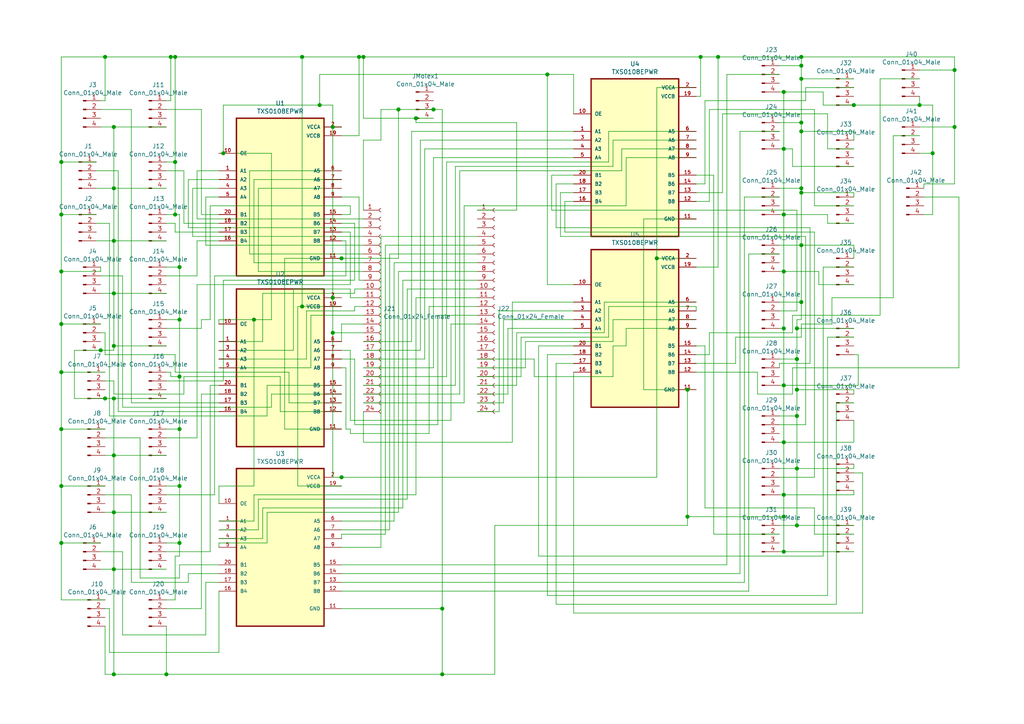
<source format=kicad_sch>
(kicad_sch (version 20210406) (generator eeschema)
  (paper "A4")
  (junction (at 17.78 46.99) (diameter 1.016))
  (junction (at 17.78 62.23) (diameter 1.016))
  (junction (at 17.78 78.74) (diameter 1.016))
  (junction (at 17.78 93.98) (diameter 1.016))
  (junction (at 17.78 107.95) (diameter 1.016))
  (junction (at 17.78 124.46) (diameter 1.016))
  (junction (at 17.78 140.97) (diameter 1.016))
  (junction (at 17.78 157.48) (diameter 1.016))
  (junction (at 29.21 101.6) (diameter 1.016))
  (junction (at 30.48 16.51) (diameter 1.016))
  (junction (at 30.48 115.57) (diameter 1.016))
  (junction (at 33.02 36.83) (diameter 1.016))
  (junction (at 33.02 54.61) (diameter 1.016))
  (junction (at 33.02 69.85) (diameter 1.016))
  (junction (at 33.02 85.09) (diameter 1.016))
  (junction (at 33.02 100.33) (diameter 1.016))
  (junction (at 33.02 115.57) (diameter 1.016))
  (junction (at 33.02 132.08) (diameter 1.016))
  (junction (at 33.02 148.59) (diameter 1.016))
  (junction (at 33.02 165.1) (diameter 1.016))
  (junction (at 33.02 195.58) (diameter 1.016))
  (junction (at 48.26 195.58) (diameter 1.016))
  (junction (at 49.53 16.51) (diameter 1.016))
  (junction (at 50.8 16.51) (diameter 1.016))
  (junction (at 50.8 46.99) (diameter 1.016))
  (junction (at 50.8 62.23) (diameter 1.016))
  (junction (at 52.07 77.47) (diameter 1.016))
  (junction (at 52.07 92.71) (diameter 1.016))
  (junction (at 52.07 109.22) (diameter 1.016))
  (junction (at 52.07 124.46) (diameter 1.016))
  (junction (at 52.07 140.97) (diameter 1.016))
  (junction (at 52.07 157.48) (diameter 1.016))
  (junction (at 64.77 44.45) (diameter 1.016))
  (junction (at 73.66 92.71) (diameter 1.016))
  (junction (at 87.63 16.51) (diameter 1.016))
  (junction (at 87.63 88.9) (diameter 1.016))
  (junction (at 92.71 30.48) (diameter 1.016))
  (junction (at 96.52 36.83) (diameter 1.016))
  (junction (at 96.52 86.36) (diameter 1.016))
  (junction (at 96.52 96.52) (diameter 1.016))
  (junction (at 99.06 74.93) (diameter 1.016))
  (junction (at 99.06 138.43) (diameter 1.016))
  (junction (at 104.14 16.51) (diameter 1.016))
  (junction (at 105.41 16.51) (diameter 1.016))
  (junction (at 115.57 31.75) (diameter 1.016))
  (junction (at 120.65 34.29) (diameter 1.016))
  (junction (at 125.73 31.75) (diameter 1.016))
  (junction (at 128.27 176.53) (diameter 1.016))
  (junction (at 128.27 195.58) (diameter 1.016))
  (junction (at 158.75 21.59) (diameter 1.016))
  (junction (at 190.5 74.93) (diameter 1.016))
  (junction (at 199.39 113.03) (diameter 1.016))
  (junction (at 199.39 149.86) (diameter 1.016))
  (junction (at 203.2 16.51) (diameter 1.016))
  (junction (at 208.28 16.51) (diameter 1.016))
  (junction (at 227.33 26.67) (diameter 1.016))
  (junction (at 227.33 43.18) (diameter 1.016))
  (junction (at 227.33 62.23) (diameter 1.016))
  (junction (at 227.33 78.74) (diameter 1.016))
  (junction (at 227.33 95.25) (diameter 1.016))
  (junction (at 227.33 111.76) (diameter 1.016))
  (junction (at 227.33 128.27) (diameter 1.016))
  (junction (at 227.33 143.51) (diameter 1.016))
  (junction (at 227.33 149.86) (diameter 1.016))
  (junction (at 227.33 160.02) (diameter 1.016))
  (junction (at 231.14 95.25) (diameter 1.016))
  (junction (at 231.14 104.14) (diameter 1.016))
  (junction (at 231.14 113.03) (diameter 1.016))
  (junction (at 231.14 120.65) (diameter 1.016))
  (junction (at 231.14 135.89) (diameter 1.016))
  (junction (at 231.14 152.4) (diameter 1.016))
  (junction (at 232.41 16.51) (diameter 1.016))
  (junction (at 232.41 19.05) (diameter 1.016))
  (junction (at 232.41 22.86) (diameter 1.016))
  (junction (at 232.41 35.56) (diameter 1.016))
  (junction (at 232.41 38.1) (diameter 1.016))
  (junction (at 232.41 54.61) (diameter 1.016))
  (junction (at 232.41 55.88) (diameter 1.016))
  (junction (at 232.41 71.12) (diameter 1.016))
  (junction (at 232.41 87.63) (diameter 1.016))
  (junction (at 247.65 30.48) (diameter 1.016))
  (junction (at 266.7 30.48) (diameter 1.016))
  (junction (at 270.51 44.45) (diameter 1.016))
  (junction (at 276.86 20.32) (diameter 1.016))
  (junction (at 276.86 36.83) (diameter 1.016))
  (wire (pts (xy 17.78 16.51) (xy 17.78 46.99)))
  (wire (pts (xy 17.78 46.99) (xy 17.78 62.23)))
  (wire (pts (xy 17.78 46.99) (xy 27.94 46.99)))
  (wire (pts (xy 17.78 62.23) (xy 17.78 78.74)))
  (wire (pts (xy 17.78 62.23) (xy 27.94 62.23)))
  (wire (pts (xy 17.78 78.74) (xy 17.78 93.98)))
  (wire (pts (xy 17.78 78.74) (xy 29.21 78.74)))
  (wire (pts (xy 17.78 93.98) (xy 17.78 107.95)))
  (wire (pts (xy 17.78 93.98) (xy 29.21 93.98)))
  (wire (pts (xy 17.78 107.95) (xy 17.78 124.46)))
  (wire (pts (xy 17.78 107.95) (xy 30.48 107.95)))
  (wire (pts (xy 17.78 124.46) (xy 17.78 140.97)))
  (wire (pts (xy 17.78 124.46) (xy 30.48 124.46)))
  (wire (pts (xy 17.78 140.97) (xy 17.78 157.48)))
  (wire (pts (xy 17.78 140.97) (xy 30.48 140.97)))
  (wire (pts (xy 17.78 157.48) (xy 17.78 173.99)))
  (wire (pts (xy 17.78 157.48) (xy 29.21 157.48)))
  (wire (pts (xy 17.78 173.99) (xy 30.48 173.99)))
  (wire (pts (xy 21.59 101.6) (xy 29.21 101.6)))
  (wire (pts (xy 21.59 115.57) (xy 21.59 101.6)))
  (wire (pts (xy 29.21 78.74) (xy 29.21 77.47)))
  (wire (pts (xy 29.21 101.6) (xy 33.02 101.6)))
  (wire (pts (xy 30.48 16.51) (xy 17.78 16.51)))
  (wire (pts (xy 30.48 16.51) (xy 30.48 29.21)))
  (wire (pts (xy 30.48 29.21) (xy 29.21 29.21)))
  (wire (pts (xy 30.48 96.52) (xy 29.21 96.52)))
  (wire (pts (xy 30.48 102.87) (xy 30.48 96.52)))
  (wire (pts (xy 30.48 115.57) (xy 21.59 115.57)))
  (wire (pts (xy 30.48 195.58) (xy 30.48 181.61)))
  (wire (pts (xy 31.75 64.77) (xy 27.94 64.77)))
  (wire (pts (xy 31.75 120.65) (xy 31.75 64.77)))
  (wire (pts (xy 31.75 176.53) (xy 30.48 176.53)))
  (wire (pts (xy 31.75 189.23) (xy 31.75 176.53)))
  (wire (pts (xy 33.02 36.83) (xy 29.21 36.83)))
  (wire (pts (xy 33.02 36.83) (xy 48.26 36.83)))
  (wire (pts (xy 33.02 54.61) (xy 27.94 54.61)))
  (wire (pts (xy 33.02 54.61) (xy 33.02 36.83)))
  (wire (pts (xy 33.02 69.85) (xy 27.94 69.85)))
  (wire (pts (xy 33.02 69.85) (xy 33.02 54.61)))
  (wire (pts (xy 33.02 85.09) (xy 29.21 85.09)))
  (wire (pts (xy 33.02 85.09) (xy 33.02 69.85)))
  (wire (pts (xy 33.02 100.33) (xy 33.02 85.09)))
  (wire (pts (xy 33.02 101.6) (xy 33.02 100.33)))
  (wire (pts (xy 33.02 110.49) (xy 30.48 110.49)))
  (wire (pts (xy 33.02 114.3) (xy 33.02 110.49)))
  (wire (pts (xy 33.02 115.57) (xy 30.48 115.57)))
  (wire (pts (xy 33.02 132.08) (xy 30.48 132.08)))
  (wire (pts (xy 33.02 132.08) (xy 33.02 115.57)))
  (wire (pts (xy 33.02 148.59) (xy 30.48 148.59)))
  (wire (pts (xy 33.02 148.59) (xy 33.02 132.08)))
  (wire (pts (xy 33.02 165.1) (xy 29.21 165.1)))
  (wire (pts (xy 33.02 165.1) (xy 33.02 148.59)))
  (wire (pts (xy 33.02 195.58) (xy 30.48 195.58)))
  (wire (pts (xy 33.02 195.58) (xy 33.02 165.1)))
  (wire (pts (xy 34.29 49.53) (xy 27.94 49.53)))
  (wire (pts (xy 34.29 119.38) (xy 34.29 49.53)))
  (wire (pts (xy 35.56 80.01) (xy 29.21 80.01)))
  (wire (pts (xy 35.56 118.11) (xy 35.56 80.01)))
  (wire (pts (xy 35.56 160.02) (xy 29.21 160.02)))
  (wire (pts (xy 35.56 184.15) (xy 35.56 160.02)))
  (wire (pts (xy 38.1 31.75) (xy 29.21 31.75)))
  (wire (pts (xy 38.1 116.84) (xy 38.1 31.75)))
  (wire (pts (xy 38.1 143.51) (xy 30.48 143.51)))
  (wire (pts (xy 38.1 168.91) (xy 38.1 143.51)))
  (wire (pts (xy 40.64 127) (xy 30.48 127)))
  (wire (pts (xy 40.64 167.64) (xy 40.64 127)))
  (wire (pts (xy 48.26 54.61) (xy 33.02 54.61)))
  (wire (pts (xy 48.26 69.85) (xy 33.02 69.85)))
  (wire (pts (xy 48.26 85.09) (xy 33.02 85.09)))
  (wire (pts (xy 48.26 100.33) (xy 33.02 100.33)))
  (wire (pts (xy 48.26 115.57) (xy 33.02 115.57)))
  (wire (pts (xy 48.26 132.08) (xy 33.02 132.08)))
  (wire (pts (xy 48.26 148.59) (xy 33.02 148.59)))
  (wire (pts (xy 48.26 165.1) (xy 33.02 165.1)))
  (wire (pts (xy 48.26 195.58) (xy 33.02 195.58)))
  (wire (pts (xy 48.26 195.58) (xy 48.26 181.61)))
  (wire (pts (xy 49.53 16.51) (xy 30.48 16.51)))
  (wire (pts (xy 49.53 16.51) (xy 49.53 29.21)))
  (wire (pts (xy 49.53 16.51) (xy 50.8 16.51)))
  (wire (pts (xy 49.53 29.21) (xy 48.26 29.21)))
  (wire (pts (xy 49.53 107.95) (xy 48.26 107.95)))
  (wire (pts (xy 49.53 109.22) (xy 49.53 107.95)))
  (wire (pts (xy 50.8 16.51) (xy 50.8 46.99)))
  (wire (pts (xy 50.8 16.51) (xy 87.63 16.51)))
  (wire (pts (xy 50.8 46.99) (xy 48.26 46.99)))
  (wire (pts (xy 50.8 46.99) (xy 50.8 62.23)))
  (wire (pts (xy 50.8 62.23) (xy 48.26 62.23)))
  (wire (pts (xy 50.8 62.23) (xy 52.07 62.23)))
  (wire (pts (xy 50.8 64.77) (xy 48.26 64.77)))
  (wire (pts (xy 50.8 67.31) (xy 50.8 64.77)))
  (wire (pts (xy 50.8 102.87) (xy 30.48 102.87)))
  (wire (pts (xy 50.8 107.95) (xy 50.8 102.87)))
  (wire (pts (xy 50.8 161.29) (xy 50.8 173.99)))
  (wire (pts (xy 50.8 173.99) (xy 48.26 173.99)))
  (wire (pts (xy 52.07 62.23) (xy 52.07 77.47)))
  (wire (pts (xy 52.07 77.47) (xy 48.26 77.47)))
  (wire (pts (xy 52.07 77.47) (xy 52.07 92.71)))
  (wire (pts (xy 52.07 92.71) (xy 48.26 92.71)))
  (wire (pts (xy 52.07 92.71) (xy 52.07 109.22)))
  (wire (pts (xy 52.07 109.22) (xy 49.53 109.22)))
  (wire (pts (xy 52.07 109.22) (xy 52.07 124.46)))
  (wire (pts (xy 52.07 124.46) (xy 48.26 124.46)))
  (wire (pts (xy 52.07 124.46) (xy 52.07 140.97)))
  (wire (pts (xy 52.07 140.97) (xy 48.26 140.97)))
  (wire (pts (xy 52.07 140.97) (xy 52.07 157.48)))
  (wire (pts (xy 52.07 157.48) (xy 48.26 157.48)))
  (wire (pts (xy 52.07 157.48) (xy 52.07 161.29)))
  (wire (pts (xy 52.07 161.29) (xy 50.8 161.29)))
  (wire (pts (xy 52.07 163.83) (xy 52.07 167.64)))
  (wire (pts (xy 52.07 167.64) (xy 40.64 167.64)))
  (wire (pts (xy 53.34 49.53) (xy 48.26 49.53)))
  (wire (pts (xy 53.34 64.77) (xy 53.34 49.53)))
  (wire (pts (xy 53.34 109.22) (xy 53.34 114.3)))
  (wire (pts (xy 53.34 114.3) (xy 33.02 114.3)))
  (wire (pts (xy 54.61 52.07) (xy 63.5 52.07)))
  (wire (pts (xy 54.61 66.04) (xy 54.61 52.07)))
  (wire (pts (xy 54.61 166.37) (xy 54.61 168.91)))
  (wire (pts (xy 54.61 168.91) (xy 38.1 168.91)))
  (wire (pts (xy 55.88 54.61) (xy 63.5 54.61)))
  (wire (pts (xy 55.88 68.58) (xy 55.88 54.61)))
  (wire (pts (xy 57.15 49.53) (xy 63.5 49.53)))
  (wire (pts (xy 57.15 63.5) (xy 57.15 49.53)))
  (wire (pts (xy 57.15 69.85) (xy 57.15 80.01)))
  (wire (pts (xy 57.15 80.01) (xy 48.26 80.01)))
  (wire (pts (xy 57.15 82.55) (xy 57.15 127)))
  (wire (pts (xy 57.15 127) (xy 48.26 127)))
  (wire (pts (xy 58.42 31.75) (xy 48.26 31.75)))
  (wire (pts (xy 58.42 62.23) (xy 58.42 31.75)))
  (wire (pts (xy 58.42 92.71) (xy 58.42 95.25)))
  (wire (pts (xy 58.42 95.25) (xy 48.26 95.25)))
  (wire (pts (xy 58.42 114.3) (xy 58.42 176.53)))
  (wire (pts (xy 58.42 176.53) (xy 48.26 176.53)))
  (wire (pts (xy 59.69 57.15) (xy 63.5 57.15)))
  (wire (pts (xy 59.69 71.12) (xy 59.69 57.15)))
  (wire (pts (xy 59.69 168.91) (xy 59.69 184.15)))
  (wire (pts (xy 59.69 184.15) (xy 35.56 184.15)))
  (wire (pts (xy 60.96 59.69) (xy 60.96 92.71)))
  (wire (pts (xy 60.96 92.71) (xy 58.42 92.71)))
  (wire (pts (xy 60.96 111.76) (xy 60.96 160.02)))
  (wire (pts (xy 60.96 160.02) (xy 48.26 160.02)))
  (wire (pts (xy 62.23 80.01) (xy 62.23 143.51)))
  (wire (pts (xy 62.23 80.01) (xy 100.33 80.01)))
  (wire (pts (xy 62.23 143.51) (xy 48.26 143.51)))
  (wire (pts (xy 63.5 62.23) (xy 58.42 62.23)))
  (wire (pts (xy 63.5 64.77) (xy 53.34 64.77)))
  (wire (pts (xy 63.5 67.31) (xy 50.8 67.31)))
  (wire (pts (xy 63.5 69.85) (xy 57.15 69.85)))
  (wire (pts (xy 63.5 92.71) (xy 63.5 93.98)))
  (wire (pts (xy 63.5 111.76) (xy 60.96 111.76)))
  (wire (pts (xy 63.5 114.3) (xy 58.42 114.3)))
  (wire (pts (xy 63.5 116.84) (xy 38.1 116.84)))
  (wire (pts (xy 63.5 119.38) (xy 34.29 119.38)))
  (wire (pts (xy 63.5 140.97) (xy 63.5 146.05)))
  (wire (pts (xy 63.5 157.48) (xy 63.5 158.75)))
  (wire (pts (xy 63.5 163.83) (xy 52.07 163.83)))
  (wire (pts (xy 63.5 166.37) (xy 54.61 166.37)))
  (wire (pts (xy 63.5 168.91) (xy 59.69 168.91)))
  (wire (pts (xy 63.5 171.45) (xy 63.5 189.23)))
  (wire (pts (xy 63.5 189.23) (xy 31.75 189.23)))
  (wire (pts (xy 64.77 30.48) (xy 64.77 44.45)))
  (wire (pts (xy 64.77 30.48) (xy 92.71 30.48)))
  (wire (pts (xy 64.77 44.45) (xy 63.5 44.45)))
  (wire (pts (xy 64.77 44.45) (xy 78.74 44.45)))
  (wire (pts (xy 64.77 81.28) (xy 64.77 110.49)))
  (wire (pts (xy 64.77 110.49) (xy 48.26 110.49)))
  (wire (pts (xy 72.39 49.53) (xy 99.06 49.53)))
  (wire (pts (xy 72.39 73.66) (xy 72.39 49.53)))
  (wire (pts (xy 73.66 52.07) (xy 99.06 52.07)))
  (wire (pts (xy 73.66 76.2) (xy 73.66 52.07)))
  (wire (pts (xy 73.66 92.71) (xy 63.5 92.71)))
  (wire (pts (xy 73.66 92.71) (xy 73.66 140.97)))
  (wire (pts (xy 73.66 140.97) (xy 63.5 140.97)))
  (wire (pts (xy 73.66 143.51) (xy 73.66 151.13)))
  (wire (pts (xy 73.66 151.13) (xy 63.5 151.13)))
  (wire (pts (xy 74.93 54.61) (xy 99.06 54.61)))
  (wire (pts (xy 74.93 78.74) (xy 74.93 54.61)))
  (wire (pts (xy 74.93 144.78) (xy 74.93 153.67)))
  (wire (pts (xy 74.93 153.67) (xy 63.5 153.67)))
  (wire (pts (xy 76.2 85.09) (xy 76.2 99.06)))
  (wire (pts (xy 76.2 99.06) (xy 63.5 99.06)))
  (wire (pts (xy 76.2 147.32) (xy 76.2 156.21)))
  (wire (pts (xy 76.2 156.21) (xy 63.5 156.21)))
  (wire (pts (xy 77.47 111.76) (xy 77.47 120.65)))
  (wire (pts (xy 77.47 120.65) (xy 31.75 120.65)))
  (wire (pts (xy 77.47 148.59) (xy 77.47 157.48)))
  (wire (pts (xy 77.47 157.48) (xy 63.5 157.48)))
  (wire (pts (xy 78.74 44.45) (xy 78.74 92.71)))
  (wire (pts (xy 78.74 92.71) (xy 73.66 92.71)))
  (wire (pts (xy 78.74 114.3) (xy 78.74 118.11)))
  (wire (pts (xy 78.74 118.11) (xy 35.56 118.11)))
  (wire (pts (xy 81.28 109.22) (xy 53.34 109.22)))
  (wire (pts (xy 81.28 119.38) (xy 81.28 109.22)))
  (wire (pts (xy 82.55 74.93) (xy 99.06 74.93)))
  (wire (pts (xy 82.55 124.46) (xy 82.55 74.93)))
  (wire (pts (xy 83.82 107.95) (xy 50.8 107.95)))
  (wire (pts (xy 83.82 116.84) (xy 83.82 107.95)))
  (wire (pts (xy 85.09 83.82) (xy 85.09 101.6)))
  (wire (pts (xy 85.09 101.6) (xy 63.5 101.6)))
  (wire (pts (xy 86.36 88.9) (xy 87.63 88.9)))
  (wire (pts (xy 86.36 140.97) (xy 86.36 88.9)))
  (wire (pts (xy 87.63 16.51) (xy 104.14 16.51)))
  (wire (pts (xy 87.63 88.9) (xy 87.63 16.51)))
  (wire (pts (xy 88.9 90.17) (xy 88.9 104.14)))
  (wire (pts (xy 88.9 104.14) (xy 63.5 104.14)))
  (wire (pts (xy 90.17 91.44) (xy 90.17 106.68)))
  (wire (pts (xy 90.17 106.68) (xy 63.5 106.68)))
  (wire (pts (xy 92.71 21.59) (xy 158.75 21.59)))
  (wire (pts (xy 92.71 30.48) (xy 92.71 21.59)))
  (wire (pts (xy 92.71 30.48) (xy 96.52 30.48)))
  (wire (pts (xy 96.52 36.83) (xy 96.52 30.48)))
  (wire (pts (xy 96.52 36.83) (xy 96.52 86.36)))
  (wire (pts (xy 96.52 36.83) (xy 99.06 36.83)))
  (wire (pts (xy 96.52 86.36) (xy 96.52 96.52)))
  (wire (pts (xy 96.52 86.36) (xy 99.06 86.36)))
  (wire (pts (xy 96.52 96.52) (xy 96.52 138.43)))
  (wire (pts (xy 96.52 138.43) (xy 99.06 138.43)))
  (wire (pts (xy 99.06 39.37) (xy 104.14 39.37)))
  (wire (pts (xy 99.06 62.23) (xy 101.6 62.23)))
  (wire (pts (xy 99.06 64.77) (xy 102.87 64.77)))
  (wire (pts (xy 99.06 67.31) (xy 101.6 67.31)))
  (wire (pts (xy 99.06 69.85) (xy 100.33 69.85)))
  (wire (pts (xy 99.06 74.93) (xy 115.57 74.93)))
  (wire (pts (xy 99.06 88.9) (xy 87.63 88.9)))
  (wire (pts (xy 99.06 93.98) (xy 99.06 99.06)))
  (wire (pts (xy 99.06 111.76) (xy 77.47 111.76)))
  (wire (pts (xy 99.06 114.3) (xy 78.74 114.3)))
  (wire (pts (xy 99.06 116.84) (xy 83.82 116.84)))
  (wire (pts (xy 99.06 119.38) (xy 81.28 119.38)))
  (wire (pts (xy 99.06 124.46) (xy 82.55 124.46)))
  (wire (pts (xy 99.06 138.43) (xy 190.5 138.43)))
  (wire (pts (xy 99.06 140.97) (xy 86.36 140.97)))
  (wire (pts (xy 99.06 154.94) (xy 99.06 156.21)))
  (wire (pts (xy 99.06 163.83) (xy 210.82 163.83)))
  (wire (pts (xy 99.06 166.37) (xy 214.63 166.37)))
  (wire (pts (xy 99.06 168.91) (xy 215.9 168.91)))
  (wire (pts (xy 99.06 171.45) (xy 217.17 171.45)))
  (wire (pts (xy 100.33 69.85) (xy 100.33 80.01)))
  (wire (pts (xy 100.33 106.68) (xy 99.06 106.68)))
  (wire (pts (xy 100.33 124.46) (xy 100.33 106.68)))
  (wire (pts (xy 101.6 59.69) (xy 60.96 59.69)))
  (wire (pts (xy 101.6 62.23) (xy 101.6 59.69)))
  (wire (pts (xy 101.6 67.31) (xy 101.6 82.55)))
  (wire (pts (xy 101.6 82.55) (xy 57.15 82.55)))
  (wire (pts (xy 101.6 83.82) (xy 85.09 83.82)))
  (wire (pts (xy 101.6 86.36) (xy 101.6 83.82)))
  (wire (pts (xy 101.6 101.6) (xy 99.06 101.6)))
  (wire (pts (xy 101.6 121.92) (xy 101.6 101.6)))
  (wire (pts (xy 101.6 124.46) (xy 100.33 124.46)))
  (wire (pts (xy 101.6 125.73) (xy 101.6 124.46)))
  (wire (pts (xy 102.87 64.77) (xy 102.87 81.28)))
  (wire (pts (xy 102.87 81.28) (xy 64.77 81.28)))
  (wire (pts (xy 102.87 83.82) (xy 102.87 85.09)))
  (wire (pts (xy 102.87 85.09) (xy 76.2 85.09)))
  (wire (pts (xy 102.87 88.9) (xy 102.87 90.17)))
  (wire (pts (xy 102.87 90.17) (xy 88.9 90.17)))
  (wire (pts (xy 102.87 104.14) (xy 99.06 104.14)))
  (wire (pts (xy 102.87 123.19) (xy 102.87 104.14)))
  (wire (pts (xy 104.14 16.51) (xy 105.41 16.51)))
  (wire (pts (xy 104.14 39.37) (xy 104.14 16.51)))
  (wire (pts (xy 104.14 57.15) (xy 99.06 57.15)))
  (wire (pts (xy 104.14 81.28) (xy 104.14 57.15)))
  (wire (pts (xy 105.41 16.51) (xy 203.2 16.51)))
  (wire (pts (xy 105.41 34.29) (xy 105.41 16.51)))
  (wire (pts (xy 105.41 40.64) (xy 110.49 40.64)))
  (wire (pts (xy 105.41 60.96) (xy 105.41 40.64)))
  (wire (pts (xy 105.41 63.5) (xy 57.15 63.5)))
  (wire (pts (xy 105.41 66.04) (xy 54.61 66.04)))
  (wire (pts (xy 105.41 68.58) (xy 55.88 68.58)))
  (wire (pts (xy 105.41 71.12) (xy 59.69 71.12)))
  (wire (pts (xy 105.41 73.66) (xy 72.39 73.66)))
  (wire (pts (xy 105.41 76.2) (xy 73.66 76.2)))
  (wire (pts (xy 105.41 78.74) (xy 74.93 78.74)))
  (wire (pts (xy 105.41 81.28) (xy 104.14 81.28)))
  (wire (pts (xy 105.41 83.82) (xy 102.87 83.82)))
  (wire (pts (xy 105.41 86.36) (xy 101.6 86.36)))
  (wire (pts (xy 105.41 88.9) (xy 102.87 88.9)))
  (wire (pts (xy 105.41 91.44) (xy 90.17 91.44)))
  (wire (pts (xy 105.41 93.98) (xy 99.06 93.98)))
  (wire (pts (xy 105.41 96.52) (xy 96.52 96.52)))
  (wire (pts (xy 105.41 99.06) (xy 119.38 99.06)))
  (wire (pts (xy 105.41 101.6) (xy 121.92 101.6)))
  (wire (pts (xy 105.41 104.14) (xy 123.19 104.14)))
  (wire (pts (xy 105.41 106.68) (xy 125.73 106.68)))
  (wire (pts (xy 105.41 109.22) (xy 129.54 109.22)))
  (wire (pts (xy 105.41 111.76) (xy 132.08 111.76)))
  (wire (pts (xy 105.41 114.3) (xy 133.35 114.3)))
  (wire (pts (xy 105.41 116.84) (xy 134.62 116.84)))
  (wire (pts (xy 105.41 119.38) (xy 105.41 128.27)))
  (wire (pts (xy 105.41 128.27) (xy 148.59 128.27)))
  (wire (pts (xy 110.49 31.75) (xy 115.57 31.75)))
  (wire (pts (xy 110.49 40.64) (xy 110.49 31.75)))
  (wire (pts (xy 110.49 68.58) (xy 110.49 158.75)))
  (wire (pts (xy 110.49 158.75) (xy 99.06 158.75)))
  (wire (pts (xy 111.76 71.12) (xy 111.76 154.94)))
  (wire (pts (xy 111.76 154.94) (xy 99.06 154.94)))
  (wire (pts (xy 113.03 73.66) (xy 113.03 153.67)))
  (wire (pts (xy 113.03 153.67) (xy 99.06 153.67)))
  (wire (pts (xy 114.3 76.2) (xy 114.3 151.13)))
  (wire (pts (xy 114.3 151.13) (xy 99.06 151.13)))
  (wire (pts (xy 115.57 31.75) (xy 125.73 31.75)))
  (wire (pts (xy 115.57 74.93) (xy 115.57 31.75)))
  (wire (pts (xy 115.57 78.74) (xy 115.57 148.59)))
  (wire (pts (xy 115.57 148.59) (xy 77.47 148.59)))
  (wire (pts (xy 116.84 81.28) (xy 116.84 147.32)))
  (wire (pts (xy 116.84 147.32) (xy 76.2 147.32)))
  (wire (pts (xy 118.11 83.82) (xy 118.11 144.78)))
  (wire (pts (xy 118.11 144.78) (xy 74.93 144.78)))
  (wire (pts (xy 119.38 38.1) (xy 166.37 38.1)))
  (wire (pts (xy 119.38 99.06) (xy 119.38 38.1)))
  (wire (pts (xy 120.65 34.29) (xy 105.41 34.29)))
  (wire (pts (xy 120.65 34.29) (xy 120.65 35.56)))
  (wire (pts (xy 120.65 35.56) (xy 149.86 35.56)))
  (wire (pts (xy 120.65 86.36) (xy 120.65 143.51)))
  (wire (pts (xy 120.65 143.51) (xy 73.66 143.51)))
  (wire (pts (xy 121.92 40.64) (xy 121.92 101.6)))
  (wire (pts (xy 121.92 40.64) (xy 166.37 40.64)))
  (wire (pts (xy 123.19 43.18) (xy 166.37 43.18)))
  (wire (pts (xy 123.19 104.14) (xy 123.19 43.18)))
  (wire (pts (xy 124.46 88.9) (xy 124.46 125.73)))
  (wire (pts (xy 124.46 125.73) (xy 101.6 125.73)))
  (wire (pts (xy 125.73 31.75) (xy 128.27 31.75)))
  (wire (pts (xy 125.73 34.29) (xy 120.65 34.29)))
  (wire (pts (xy 125.73 45.72) (xy 166.37 45.72)))
  (wire (pts (xy 125.73 106.68) (xy 125.73 45.72)))
  (wire (pts (xy 127 91.44) (xy 127 123.19)))
  (wire (pts (xy 127 123.19) (xy 102.87 123.19)))
  (wire (pts (xy 128.27 31.75) (xy 128.27 176.53)))
  (wire (pts (xy 128.27 176.53) (xy 99.06 176.53)))
  (wire (pts (xy 128.27 176.53) (xy 128.27 195.58)))
  (wire (pts (xy 128.27 195.58) (xy 48.26 195.58)))
  (wire (pts (xy 128.27 195.58) (xy 143.51 195.58)))
  (wire (pts (xy 129.54 46.99) (xy 176.53 46.99)))
  (wire (pts (xy 129.54 109.22) (xy 129.54 46.99)))
  (wire (pts (xy 130.81 93.98) (xy 130.81 121.92)))
  (wire (pts (xy 130.81 121.92) (xy 101.6 121.92)))
  (wire (pts (xy 132.08 48.26) (xy 177.8 48.26)))
  (wire (pts (xy 132.08 111.76) (xy 132.08 48.26)))
  (wire (pts (xy 133.35 49.53) (xy 180.34 49.53)))
  (wire (pts (xy 133.35 114.3) (xy 133.35 49.53)))
  (wire (pts (xy 134.62 59.69) (xy 181.61 59.69)))
  (wire (pts (xy 134.62 116.84) (xy 134.62 59.69)))
  (wire (pts (xy 138.43 68.58) (xy 110.49 68.58)))
  (wire (pts (xy 138.43 71.12) (xy 111.76 71.12)))
  (wire (pts (xy 138.43 73.66) (xy 113.03 73.66)))
  (wire (pts (xy 138.43 76.2) (xy 114.3 76.2)))
  (wire (pts (xy 138.43 78.74) (xy 115.57 78.74)))
  (wire (pts (xy 138.43 81.28) (xy 116.84 81.28)))
  (wire (pts (xy 138.43 83.82) (xy 118.11 83.82)))
  (wire (pts (xy 138.43 86.36) (xy 120.65 86.36)))
  (wire (pts (xy 138.43 88.9) (xy 124.46 88.9)))
  (wire (pts (xy 138.43 91.44) (xy 127 91.44)))
  (wire (pts (xy 138.43 93.98) (xy 130.81 93.98)))
  (wire (pts (xy 138.43 104.14) (xy 154.94 104.14)))
  (wire (pts (xy 138.43 106.68) (xy 152.4 106.68)))
  (wire (pts (xy 138.43 109.22) (xy 151.13 109.22)))
  (wire (pts (xy 138.43 111.76) (xy 149.86 111.76)))
  (wire (pts (xy 138.43 114.3) (xy 147.32 114.3)))
  (wire (pts (xy 138.43 116.84) (xy 146.05 116.84)))
  (wire (pts (xy 138.43 119.38) (xy 144.78 119.38)))
  (wire (pts (xy 143.51 152.4) (xy 199.39 152.4)))
  (wire (pts (xy 143.51 195.58) (xy 143.51 152.4)))
  (wire (pts (xy 144.78 90.17) (xy 166.37 90.17)))
  (wire (pts (xy 144.78 119.38) (xy 144.78 90.17)))
  (wire (pts (xy 146.05 92.71) (xy 166.37 92.71)))
  (wire (pts (xy 146.05 116.84) (xy 146.05 92.71)))
  (wire (pts (xy 147.32 95.25) (xy 166.37 95.25)))
  (wire (pts (xy 147.32 114.3) (xy 147.32 95.25)))
  (wire (pts (xy 148.59 87.63) (xy 166.37 87.63)))
  (wire (pts (xy 148.59 128.27) (xy 148.59 87.63)))
  (wire (pts (xy 149.86 35.56) (xy 149.86 60.96)))
  (wire (pts (xy 149.86 60.96) (xy 138.43 60.96)))
  (wire (pts (xy 149.86 96.52) (xy 175.26 96.52)))
  (wire (pts (xy 149.86 111.76) (xy 149.86 96.52)))
  (wire (pts (xy 151.13 97.79) (xy 176.53 97.79)))
  (wire (pts (xy 151.13 109.22) (xy 151.13 97.79)))
  (wire (pts (xy 152.4 99.06) (xy 177.8 99.06)))
  (wire (pts (xy 152.4 106.68) (xy 152.4 99.06)))
  (wire (pts (xy 154.94 104.14) (xy 154.94 109.22)))
  (wire (pts (xy 154.94 109.22) (xy 177.8 109.22)))
  (wire (pts (xy 156.21 100.33) (xy 156.21 161.29)))
  (wire (pts (xy 156.21 161.29) (xy 238.76 161.29)))
  (wire (pts (xy 158.75 21.59) (xy 158.75 82.55)))
  (wire (pts (xy 158.75 21.59) (xy 166.37 21.59)))
  (wire (pts (xy 158.75 82.55) (xy 166.37 82.55)))
  (wire (pts (xy 158.75 102.87) (xy 158.75 172.72)))
  (wire (pts (xy 158.75 172.72) (xy 240.03 172.72)))
  (wire (pts (xy 160.02 50.8) (xy 160.02 60.96)))
  (wire (pts (xy 160.02 60.96) (xy 231.14 60.96)))
  (wire (pts (xy 161.29 53.34) (xy 161.29 66.04)))
  (wire (pts (xy 161.29 66.04) (xy 234.95 66.04)))
  (wire (pts (xy 161.29 105.41) (xy 161.29 175.26)))
  (wire (pts (xy 161.29 175.26) (xy 242.57 175.26)))
  (wire (pts (xy 162.56 55.88) (xy 162.56 68.58)))
  (wire (pts (xy 162.56 68.58) (xy 233.68 68.58)))
  (wire (pts (xy 163.83 58.42) (xy 163.83 67.31)))
  (wire (pts (xy 163.83 67.31) (xy 236.22 67.31)))
  (wire (pts (xy 166.37 21.59) (xy 166.37 33.02)))
  (wire (pts (xy 166.37 50.8) (xy 160.02 50.8)))
  (wire (pts (xy 166.37 53.34) (xy 161.29 53.34)))
  (wire (pts (xy 166.37 55.88) (xy 162.56 55.88)))
  (wire (pts (xy 166.37 58.42) (xy 163.83 58.42)))
  (wire (pts (xy 166.37 100.33) (xy 156.21 100.33)))
  (wire (pts (xy 166.37 102.87) (xy 158.75 102.87)))
  (wire (pts (xy 166.37 105.41) (xy 161.29 105.41)))
  (wire (pts (xy 166.37 107.95) (xy 166.37 177.8)))
  (wire (pts (xy 166.37 177.8) (xy 250.19 177.8)))
  (wire (pts (xy 175.26 87.63) (xy 201.93 87.63)))
  (wire (pts (xy 175.26 96.52) (xy 175.26 87.63)))
  (wire (pts (xy 176.53 38.1) (xy 201.93 38.1)))
  (wire (pts (xy 176.53 46.99) (xy 176.53 38.1)))
  (wire (pts (xy 176.53 88.9) (xy 201.93 88.9)))
  (wire (pts (xy 176.53 97.79) (xy 176.53 88.9)))
  (wire (pts (xy 177.8 40.64) (xy 201.93 40.64)))
  (wire (pts (xy 177.8 48.26) (xy 177.8 40.64)))
  (wire (pts (xy 177.8 92.71) (xy 201.93 92.71)))
  (wire (pts (xy 177.8 99.06) (xy 177.8 92.71)))
  (wire (pts (xy 177.8 100.33) (xy 181.61 100.33)))
  (wire (pts (xy 177.8 109.22) (xy 177.8 100.33)))
  (wire (pts (xy 180.34 43.18) (xy 201.93 43.18)))
  (wire (pts (xy 180.34 49.53) (xy 180.34 43.18)))
  (wire (pts (xy 181.61 45.72) (xy 201.93 45.72)))
  (wire (pts (xy 181.61 59.69) (xy 181.61 45.72)))
  (wire (pts (xy 181.61 95.25) (xy 201.93 95.25)))
  (wire (pts (xy 181.61 100.33) (xy 181.61 95.25)))
  (wire (pts (xy 186.69 63.5) (xy 201.93 63.5)))
  (wire (pts (xy 186.69 113.03) (xy 186.69 63.5)))
  (wire (pts (xy 186.69 113.03) (xy 199.39 113.03)))
  (wire (pts (xy 190.5 25.4) (xy 201.93 25.4)))
  (wire (pts (xy 190.5 74.93) (xy 190.5 25.4)))
  (wire (pts (xy 190.5 74.93) (xy 201.93 74.93)))
  (wire (pts (xy 190.5 138.43) (xy 190.5 74.93)))
  (wire (pts (xy 199.39 113.03) (xy 199.39 149.86)))
  (wire (pts (xy 199.39 113.03) (xy 201.93 113.03)))
  (wire (pts (xy 199.39 149.86) (xy 199.39 152.4)))
  (wire (pts (xy 199.39 149.86) (xy 227.33 149.86)))
  (wire (pts (xy 201.93 50.8) (xy 207.01 50.8)))
  (wire (pts (xy 201.93 53.34) (xy 204.47 53.34)))
  (wire (pts (xy 201.93 55.88) (xy 209.55 55.88)))
  (wire (pts (xy 201.93 58.42) (xy 205.74 58.42)))
  (wire (pts (xy 201.93 77.47) (xy 208.28 77.47)))
  (wire (pts (xy 201.93 88.9) (xy 201.93 90.17)))
  (wire (pts (xy 201.93 100.33) (xy 204.47 100.33)))
  (wire (pts (xy 201.93 102.87) (xy 205.74 102.87)))
  (wire (pts (xy 201.93 105.41) (xy 213.36 105.41)))
  (wire (pts (xy 201.93 107.95) (xy 219.71 107.95)))
  (wire (pts (xy 203.2 16.51) (xy 203.2 27.94)))
  (wire (pts (xy 203.2 16.51) (xy 208.28 16.51)))
  (wire (pts (xy 203.2 27.94) (xy 201.93 27.94)))
  (wire (pts (xy 204.47 29.21) (xy 233.68 29.21)))
  (wire (pts (xy 204.47 53.34) (xy 204.47 29.21)))
  (wire (pts (xy 204.47 100.33) (xy 204.47 147.32)))
  (wire (pts (xy 204.47 147.32) (xy 236.22 147.32)))
  (wire (pts (xy 205.74 31.75) (xy 205.74 58.42)))
  (wire (pts (xy 205.74 31.75) (xy 236.22 31.75)))
  (wire (pts (xy 205.74 96.52) (xy 229.87 96.52)))
  (wire (pts (xy 205.74 102.87) (xy 205.74 96.52)))
  (wire (pts (xy 207.01 50.8) (xy 207.01 154.94)))
  (wire (pts (xy 207.01 154.94) (xy 226.06 154.94)))
  (wire (pts (xy 208.28 16.51) (xy 232.41 16.51)))
  (wire (pts (xy 208.28 77.47) (xy 208.28 16.51)))
  (wire (pts (xy 209.55 33.02) (xy 240.03 33.02)))
  (wire (pts (xy 209.55 55.88) (xy 209.55 33.02)))
  (wire (pts (xy 210.82 21.59) (xy 226.06 21.59)))
  (wire (pts (xy 210.82 163.83) (xy 210.82 21.59)))
  (wire (pts (xy 213.36 97.79) (xy 232.41 97.79)))
  (wire (pts (xy 213.36 105.41) (xy 213.36 97.79)))
  (wire (pts (xy 214.63 38.1) (xy 226.06 38.1)))
  (wire (pts (xy 214.63 166.37) (xy 214.63 38.1)))
  (wire (pts (xy 215.9 57.15) (xy 226.06 57.15)))
  (wire (pts (xy 215.9 168.91) (xy 215.9 57.15)))
  (wire (pts (xy 217.17 73.66) (xy 226.06 73.66)))
  (wire (pts (xy 217.17 171.45) (xy 217.17 73.66)))
  (wire (pts (xy 219.71 107.95) (xy 219.71 114.3)))
  (wire (pts (xy 219.71 114.3) (xy 229.87 114.3)))
  (wire (pts (xy 226.06 19.05) (xy 232.41 19.05)))
  (wire (pts (xy 226.06 105.41) (xy 226.06 106.68)))
  (wire (pts (xy 227.33 26.67) (xy 226.06 26.67)))
  (wire (pts (xy 227.33 26.67) (xy 238.76 26.67)))
  (wire (pts (xy 227.33 43.18) (xy 226.06 43.18)))
  (wire (pts (xy 227.33 43.18) (xy 227.33 26.67)))
  (wire (pts (xy 227.33 43.18) (xy 229.87 43.18)))
  (wire (pts (xy 227.33 62.23) (xy 226.06 62.23)))
  (wire (pts (xy 227.33 62.23) (xy 227.33 43.18)))
  (wire (pts (xy 227.33 62.23) (xy 240.03 62.23)))
  (wire (pts (xy 227.33 78.74) (xy 226.06 78.74)))
  (wire (pts (xy 227.33 78.74) (xy 227.33 62.23)))
  (wire (pts (xy 227.33 78.74) (xy 237.49 78.74)))
  (wire (pts (xy 227.33 95.25) (xy 226.06 95.25)))
  (wire (pts (xy 227.33 95.25) (xy 227.33 78.74)))
  (wire (pts (xy 227.33 111.76) (xy 226.06 111.76)))
  (wire (pts (xy 227.33 111.76) (xy 227.33 95.25)))
  (wire (pts (xy 227.33 111.76) (xy 248.92 111.76)))
  (wire (pts (xy 227.33 128.27) (xy 226.06 128.27)))
  (wire (pts (xy 227.33 128.27) (xy 227.33 111.76)))
  (wire (pts (xy 227.33 128.27) (xy 247.65 128.27)))
  (wire (pts (xy 227.33 143.51) (xy 226.06 143.51)))
  (wire (pts (xy 227.33 143.51) (xy 227.33 128.27)))
  (wire (pts (xy 227.33 143.51) (xy 247.65 143.51)))
  (wire (pts (xy 227.33 149.86) (xy 227.33 143.51)))
  (wire (pts (xy 227.33 149.86) (xy 227.33 160.02)))
  (wire (pts (xy 227.33 160.02) (xy 226.06 160.02)))
  (wire (pts (xy 227.33 160.02) (xy 247.65 160.02)))
  (wire (pts (xy 229.87 43.18) (xy 229.87 48.26)))
  (wire (pts (xy 229.87 48.26) (xy 247.65 48.26)))
  (wire (pts (xy 229.87 91.44) (xy 255.27 91.44)))
  (wire (pts (xy 229.87 96.52) (xy 229.87 91.44)))
  (wire (pts (xy 229.87 106.68) (xy 278.13 106.68)))
  (wire (pts (xy 229.87 114.3) (xy 229.87 106.68)))
  (wire (pts (xy 231.14 60.96) (xy 231.14 90.17)))
  (wire (pts (xy 231.14 90.17) (xy 226.06 90.17)))
  (wire (pts (xy 231.14 92.71) (xy 231.14 95.25)))
  (wire (pts (xy 231.14 95.25) (xy 231.14 104.14)))
  (wire (pts (xy 231.14 95.25) (xy 247.65 95.25)))
  (wire (pts (xy 231.14 104.14) (xy 226.06 104.14)))
  (wire (pts (xy 231.14 104.14) (xy 231.14 113.03)))
  (wire (pts (xy 231.14 113.03) (xy 231.14 120.65)))
  (wire (pts (xy 231.14 113.03) (xy 247.65 113.03)))
  (wire (pts (xy 231.14 120.65) (xy 226.06 120.65)))
  (wire (pts (xy 231.14 120.65) (xy 231.14 135.89)))
  (wire (pts (xy 231.14 135.89) (xy 226.06 135.89)))
  (wire (pts (xy 231.14 135.89) (xy 231.14 152.4)))
  (wire (pts (xy 231.14 135.89) (xy 247.65 135.89)))
  (wire (pts (xy 231.14 152.4) (xy 226.06 152.4)))
  (wire (pts (xy 231.14 152.4) (xy 247.65 152.4)))
  (wire (pts (xy 232.41 16.51) (xy 276.86 16.51)))
  (wire (pts (xy 232.41 19.05) (xy 232.41 16.51)))
  (wire (pts (xy 232.41 19.05) (xy 232.41 22.86)))
  (wire (pts (xy 232.41 22.86) (xy 232.41 35.56)))
  (wire (pts (xy 232.41 22.86) (xy 247.65 22.86)))
  (wire (pts (xy 232.41 35.56) (xy 226.06 35.56)))
  (wire (pts (xy 232.41 35.56) (xy 232.41 38.1)))
  (wire (pts (xy 232.41 38.1) (xy 232.41 54.61)))
  (wire (pts (xy 232.41 38.1) (xy 247.65 38.1)))
  (wire (pts (xy 232.41 54.61) (xy 226.06 54.61)))
  (wire (pts (xy 232.41 54.61) (xy 232.41 55.88)))
  (wire (pts (xy 232.41 55.88) (xy 232.41 71.12)))
  (wire (pts (xy 232.41 55.88) (xy 247.65 55.88)))
  (wire (pts (xy 232.41 71.12) (xy 226.06 71.12)))
  (wire (pts (xy 232.41 71.12) (xy 232.41 87.63)))
  (wire (pts (xy 232.41 71.12) (xy 247.65 71.12)))
  (wire (pts (xy 232.41 87.63) (xy 226.06 87.63)))
  (wire (pts (xy 232.41 87.63) (xy 232.41 92.71)))
  (wire (pts (xy 232.41 92.71) (xy 231.14 92.71)))
  (wire (pts (xy 232.41 93.98) (xy 241.3 93.98)))
  (wire (pts (xy 232.41 97.79) (xy 232.41 93.98)))
  (wire (pts (xy 233.68 25.4) (xy 247.65 25.4)))
  (wire (pts (xy 233.68 29.21) (xy 233.68 25.4)))
  (wire (pts (xy 233.68 68.58) (xy 233.68 123.19)))
  (wire (pts (xy 233.68 123.19) (xy 226.06 123.19)))
  (wire (pts (xy 234.95 66.04) (xy 234.95 105.41)))
  (wire (pts (xy 234.95 105.41) (xy 226.06 105.41)))
  (wire (pts (xy 236.22 31.75) (xy 236.22 59.69)))
  (wire (pts (xy 236.22 59.69) (xy 247.65 59.69)))
  (wire (pts (xy 236.22 67.31) (xy 236.22 138.43)))
  (wire (pts (xy 236.22 138.43) (xy 226.06 138.43)))
  (wire (pts (xy 236.22 147.32) (xy 236.22 154.94)))
  (wire (pts (xy 236.22 154.94) (xy 247.65 154.94)))
  (wire (pts (xy 237.49 78.74) (xy 237.49 82.55)))
  (wire (pts (xy 237.49 82.55) (xy 247.65 82.55)))
  (wire (pts (xy 238.76 26.67) (xy 238.76 30.48)))
  (wire (pts (xy 238.76 30.48) (xy 247.65 30.48)))
  (wire (pts (xy 238.76 77.47) (xy 247.65 77.47)))
  (wire (pts (xy 238.76 161.29) (xy 238.76 77.47)))
  (wire (pts (xy 240.03 33.02) (xy 240.03 43.18)))
  (wire (pts (xy 240.03 43.18) (xy 247.65 43.18)))
  (wire (pts (xy 240.03 62.23) (xy 240.03 64.77)))
  (wire (pts (xy 240.03 64.77) (xy 247.65 64.77)))
  (wire (pts (xy 240.03 97.79) (xy 247.65 97.79)))
  (wire (pts (xy 240.03 172.72) (xy 240.03 97.79)))
  (wire (pts (xy 241.3 86.36) (xy 259.08 86.36)))
  (wire (pts (xy 241.3 93.98) (xy 241.3 86.36)))
  (wire (pts (xy 242.57 116.84) (xy 247.65 116.84)))
  (wire (pts (xy 242.57 175.26) (xy 242.57 116.84)))
  (wire (pts (xy 247.65 30.48) (xy 266.7 30.48)))
  (wire (pts (xy 247.65 38.1) (xy 247.65 40.64)))
  (wire (pts (xy 247.65 55.88) (xy 247.65 57.15)))
  (wire (pts (xy 247.65 71.12) (xy 247.65 74.93)))
  (wire (pts (xy 247.65 113.03) (xy 247.65 114.3)))
  (wire (pts (xy 247.65 128.27) (xy 247.65 121.92)))
  (wire (pts (xy 247.65 135.89) (xy 247.65 134.62)))
  (wire (pts (xy 247.65 143.51) (xy 247.65 142.24)))
  (wire (pts (xy 248.92 102.87) (xy 247.65 102.87)))
  (wire (pts (xy 248.92 111.76) (xy 248.92 102.87)))
  (wire (pts (xy 250.19 137.16) (xy 247.65 137.16)))
  (wire (pts (xy 250.19 177.8) (xy 250.19 137.16)))
  (wire (pts (xy 255.27 22.86) (xy 266.7 22.86)))
  (wire (pts (xy 255.27 91.44) (xy 255.27 22.86)))
  (wire (pts (xy 259.08 39.37) (xy 266.7 39.37)))
  (wire (pts (xy 259.08 86.36) (xy 259.08 39.37)))
  (wire (pts (xy 266.7 30.48) (xy 266.7 27.94)))
  (wire (pts (xy 266.7 30.48) (xy 270.51 30.48)))
  (wire (pts (xy 267.97 53.34) (xy 267.97 54.61)))
  (wire (pts (xy 270.51 30.48) (xy 270.51 44.45)))
  (wire (pts (xy 270.51 44.45) (xy 266.7 44.45)))
  (wire (pts (xy 270.51 44.45) (xy 270.51 62.23)))
  (wire (pts (xy 270.51 62.23) (xy 267.97 62.23)))
  (wire (pts (xy 276.86 16.51) (xy 276.86 20.32)))
  (wire (pts (xy 276.86 20.32) (xy 266.7 20.32)))
  (wire (pts (xy 276.86 20.32) (xy 276.86 36.83)))
  (wire (pts (xy 276.86 36.83) (xy 266.7 36.83)))
  (wire (pts (xy 276.86 36.83) (xy 276.86 53.34)))
  (wire (pts (xy 276.86 53.34) (xy 267.97 53.34)))
  (wire (pts (xy 278.13 57.15) (xy 267.97 57.15)))
  (wire (pts (xy 278.13 106.68) (xy 278.13 57.15)))
  (symbol (lib_id "Connector:Conn_01x04_Male") (at 22.86 49.53 0) (unit 1)
    (property "Reference" "J1" (at 25.6032 42.3926 0))
    (property "Value" "Conn_01x04_Male" (at 25.6032 44.704 0))
    (property "Footprint" "Connector:FanPinHeader_1x04_P2.54mm_Vertical" (effects hide))
  )
  (symbol (lib_id "Connector:Conn_01x04_Male") (at 22.86 64.77 0) (unit 1)
    (property "Reference" "J2" (at 25.6032 57.6326 0))
    (property "Value" "Conn_01x04_Male" (at 25.6032 59.944 0))
    (property "Footprint" "Connector:FanPinHeader_1x04_P2.54mm_Vertical" (effects hide))
  )
  (symbol (lib_id "Connector:Conn_01x04_Male") (at 24.13 31.75 0) (unit 1)
    (property "Reference" "J3" (at 26.8732 24.6126 0))
    (property "Value" "Conn_01x04_Male" (at 26.8732 26.924 0))
    (property "Footprint" "Connector:FanPinHeader_1x04_P2.54mm_Vertical" (effects hide))
  )
  (symbol (lib_id "Connector:Conn_01x04_Male") (at 24.13 80.01 0) (unit 1)
    (property "Reference" "J4" (at 26.8732 72.8726 0))
    (property "Value" "Conn_01x04_Male" (at 26.8732 75.184 0))
    (property "Footprint" "Connector:FanPinHeader_1x04_P2.54mm_Vertical" (effects hide))
  )
  (symbol (lib_id "Connector:Conn_01x04_Male") (at 24.13 96.52 0) (unit 1)
    (property "Reference" "J5" (at 26.8732 89.3826 0))
    (property "Value" "Conn_01x04_Male" (at 26.8732 91.694 0))
    (property "Footprint" "Connector:FanPinHeader_1x04_P2.54mm_Vertical" (effects hide))
  )
  (symbol (lib_id "Connector:Conn_01x04_Male") (at 24.13 160.02 0) (unit 1)
    (property "Reference" "J6" (at 26.8732 152.8826 0))
    (property "Value" "Conn_01x04_Male" (at 26.8732 155.194 0))
    (property "Footprint" "Connector:FanPinHeader_1x04_P2.54mm_Vertical" (effects hide))
  )
  (symbol (lib_id "Connector:Conn_01x04_Male") (at 25.4 110.49 0) (unit 1)
    (property "Reference" "J7" (at 28.1432 103.3526 0))
    (property "Value" "Conn_01x04_Male" (at 28.1432 105.664 0))
    (property "Footprint" "Connector:FanPinHeader_1x04_P2.54mm_Vertical" (effects hide))
  )
  (symbol (lib_id "Connector:Conn_01x04_Male") (at 25.4 127 0) (unit 1)
    (property "Reference" "J8" (at 28.1432 119.8626 0))
    (property "Value" "Conn_01x04_Male" (at 28.1432 122.174 0))
    (property "Footprint" "Connector:FanPinHeader_1x04_P2.54mm_Vertical" (effects hide))
  )
  (symbol (lib_id "Connector:Conn_01x04_Male") (at 25.4 143.51 0) (unit 1)
    (property "Reference" "J9" (at 28.1432 136.3726 0))
    (property "Value" "Conn_01x04_Male" (at 28.1432 138.684 0))
    (property "Footprint" "Connector:FanPinHeader_1x04_P2.54mm_Vertical" (effects hide))
  )
  (symbol (lib_id "Connector:Conn_01x04_Male") (at 25.4 176.53 0) (unit 1)
    (property "Reference" "J10" (at 28.1432 169.3926 0))
    (property "Value" "Conn_01x04_Male" (at 28.1432 171.704 0))
    (property "Footprint" "Connector:FanPinHeader_1x04_P2.54mm_Vertical" (effects hide))
  )
  (symbol (lib_id "Connector:Conn_01x04_Male") (at 43.18 31.75 0) (unit 1)
    (property "Reference" "J11" (at 45.9232 24.6126 0))
    (property "Value" "Conn_01x04_Male" (at 45.9232 26.924 0))
    (property "Footprint" "Connector:FanPinHeader_1x04_P2.54mm_Vertical" (effects hide))
  )
  (symbol (lib_id "Connector:Conn_01x04_Male") (at 43.18 49.53 0) (unit 1)
    (property "Reference" "J12" (at 45.9232 42.3926 0))
    (property "Value" "Conn_01x04_Male" (at 45.9232 44.704 0))
    (property "Footprint" "Connector:FanPinHeader_1x04_P2.54mm_Vertical" (effects hide))
  )
  (symbol (lib_id "Connector:Conn_01x04_Male") (at 43.18 64.77 0) (unit 1)
    (property "Reference" "J13" (at 45.9232 57.6326 0))
    (property "Value" "Conn_01x04_Male" (at 45.9232 59.944 0))
    (property "Footprint" "Connector:FanPinHeader_1x04_P2.54mm_Vertical" (effects hide))
  )
  (symbol (lib_id "Connector:Conn_01x04_Male") (at 43.18 80.01 0) (unit 1)
    (property "Reference" "J14" (at 45.9232 72.8726 0))
    (property "Value" "Conn_01x04_Male" (at 45.9232 75.184 0))
    (property "Footprint" "Connector:FanPinHeader_1x04_P2.54mm_Vertical" (effects hide))
  )
  (symbol (lib_id "Connector:Conn_01x04_Male") (at 43.18 95.25 0) (unit 1)
    (property "Reference" "J15" (at 45.9232 88.1126 0))
    (property "Value" "Conn_01x04_Male" (at 45.9232 90.424 0))
    (property "Footprint" "Connector:FanPinHeader_1x04_P2.54mm_Vertical" (effects hide))
  )
  (symbol (lib_id "Connector:Conn_01x04_Male") (at 43.18 110.49 0) (unit 1)
    (property "Reference" "J16" (at 45.9232 103.3526 0))
    (property "Value" "Conn_01x04_Male" (at 45.9232 105.664 0))
    (property "Footprint" "Connector:FanPinHeader_1x04_P2.54mm_Vertical" (effects hide))
  )
  (symbol (lib_id "Connector:Conn_01x04_Male") (at 43.18 127 0) (unit 1)
    (property "Reference" "J17" (at 45.9232 119.8626 0))
    (property "Value" "Conn_01x04_Male" (at 45.9232 122.174 0))
    (property "Footprint" "Connector:FanPinHeader_1x04_P2.54mm_Vertical" (effects hide))
  )
  (symbol (lib_id "Connector:Conn_01x04_Male") (at 43.18 143.51 0) (unit 1)
    (property "Reference" "J18" (at 45.9232 136.3726 0))
    (property "Value" "Conn_01x04_Male" (at 45.9232 138.684 0))
    (property "Footprint" "Connector:FanPinHeader_1x04_P2.54mm_Vertical" (effects hide))
  )
  (symbol (lib_id "Connector:Conn_01x04_Male") (at 43.18 160.02 0) (unit 1)
    (property "Reference" "J19" (at 45.9232 152.8826 0))
    (property "Value" "Conn_01x04_Male" (at 45.9232 155.194 0))
    (property "Footprint" "Connector:FanPinHeader_1x04_P2.54mm_Vertical" (effects hide))
  )
  (symbol (lib_id "Connector:Conn_01x04_Male") (at 43.18 176.53 0) (unit 1)
    (property "Reference" "J20" (at 45.9232 169.3926 0))
    (property "Value" "Conn_01x04_Male" (at 45.9232 171.704 0))
    (property "Footprint" "Connector:FanPinHeader_1x04_P2.54mm_Vertical" (effects hide))
  )
  (symbol (lib_id "Connector:Conn_01x04_Male") (at 120.65 29.21 0) (unit 1)
    (property "Reference" "JMolex1" (at 123.3932 22.0726 0))
    (property "Value" "Conn_01x04_Male" (at 123.3932 24.384 0))
    (property "Footprint" "Molex:7708461" (effects hide))
  )
  (symbol (lib_id "Connector:Conn_01x04_Male") (at 220.98 21.59 0) (unit 1)
    (property "Reference" "J23" (at 223.7232 14.4526 0))
    (property "Value" "Conn_01x04_Male" (at 223.7232 16.764 0))
    (property "Footprint" "Connector:FanPinHeader_1x04_P2.54mm_Vertical" (effects hide))
  )
  (symbol (lib_id "Connector:Conn_01x04_Male") (at 220.98 38.1 0) (unit 1)
    (property "Reference" "J24" (at 223.7232 30.9626 0))
    (property "Value" "Conn_01x04_Male" (at 223.7232 33.274 0))
    (property "Footprint" "Connector:FanPinHeader_1x04_P2.54mm_Vertical" (effects hide))
  )
  (symbol (lib_id "Connector:Conn_01x04_Male") (at 220.98 57.15 0) (unit 1)
    (property "Reference" "J25" (at 223.7232 50.0126 0))
    (property "Value" "Conn_01x04_Male" (at 223.7232 52.324 0))
    (property "Footprint" "Connector:FanPinHeader_1x04_P2.54mm_Vertical" (effects hide))
  )
  (symbol (lib_id "Connector:Conn_01x04_Male") (at 220.98 73.66 0) (unit 1)
    (property "Reference" "J26" (at 223.7232 66.5226 0))
    (property "Value" "Conn_01x04_Male" (at 223.7232 68.834 0))
    (property "Footprint" "Connector:FanPinHeader_1x04_P2.54mm_Vertical" (effects hide))
  )
  (symbol (lib_id "Connector:Conn_01x04_Male") (at 220.98 90.17 0) (unit 1)
    (property "Reference" "J27" (at 223.7232 83.0326 0))
    (property "Value" "Conn_01x04_Male" (at 223.7232 85.344 0))
    (property "Footprint" "Connector:FanPinHeader_1x04_P2.54mm_Vertical" (effects hide))
  )
  (symbol (lib_id "Connector:Conn_01x04_Male") (at 220.98 106.68 0) (unit 1)
    (property "Reference" "J28" (at 223.7232 99.5426 0))
    (property "Value" "Conn_01x04_Male" (at 223.7232 101.854 0))
    (property "Footprint" "Connector:FanPinHeader_1x04_P2.54mm_Vertical" (effects hide))
  )
  (symbol (lib_id "Connector:Conn_01x04_Male") (at 220.98 123.19 0) (unit 1)
    (property "Reference" "J29" (at 223.7232 116.0526 0))
    (property "Value" "Conn_01x04_Male" (at 223.7232 118.364 0))
    (property "Footprint" "Connector:FanPinHeader_1x04_P2.54mm_Vertical" (effects hide))
  )
  (symbol (lib_id "Connector:Conn_01x04_Male") (at 220.98 138.43 0) (unit 1)
    (property "Reference" "J30" (at 223.7232 131.2926 0))
    (property "Value" "Conn_01x04_Male" (at 223.7232 133.604 0))
    (property "Footprint" "Connector:FanPinHeader_1x04_P2.54mm_Vertical" (effects hide))
  )
  (symbol (lib_id "Connector:Conn_01x04_Male") (at 220.98 154.94 0) (unit 1)
    (property "Reference" "J31" (at 223.7232 147.8026 0))
    (property "Value" "Conn_01x04_Male" (at 223.7232 150.114 0))
    (property "Footprint" "Connector:FanPinHeader_1x04_P2.54mm_Vertical" (effects hide))
  )
  (symbol (lib_id "Connector:Conn_01x04_Male") (at 242.57 25.4 0) (unit 1)
    (property "Reference" "J32" (at 245.3132 18.2626 0))
    (property "Value" "Conn_01x04_Male" (at 245.3132 20.574 0))
    (property "Footprint" "Connector:FanPinHeader_1x04_P2.54mm_Vertical" (effects hide))
  )
  (symbol (lib_id "Connector:Conn_01x04_Male") (at 242.57 43.18 0) (unit 1)
    (property "Reference" "J33" (at 245.3132 36.0426 0))
    (property "Value" "Conn_01x04_Male" (at 245.3132 38.354 0))
    (property "Footprint" "Connector:FanPinHeader_1x04_P2.54mm_Vertical" (effects hide))
  )
  (symbol (lib_id "Connector:Conn_01x04_Male") (at 242.57 59.69 0) (unit 1)
    (property "Reference" "J34" (at 245.3132 52.5526 0))
    (property "Value" "Conn_01x04_Male" (at 245.3132 54.864 0))
    (property "Footprint" "Connector:FanPinHeader_1x04_P2.54mm_Vertical" (effects hide))
  )
  (symbol (lib_id "Connector:Conn_01x04_Male") (at 242.57 77.47 0) (unit 1)
    (property "Reference" "J35" (at 245.3132 70.3326 0))
    (property "Value" "Conn_01x04_Male" (at 245.3132 72.644 0))
    (property "Footprint" "Connector:FanPinHeader_1x04_P2.54mm_Vertical" (effects hide))
  )
  (symbol (lib_id "Connector:Conn_01x04_Male") (at 242.57 97.79 0) (unit 1)
    (property "Reference" "J36" (at 245.3132 90.6526 0))
    (property "Value" "Conn_01x04_Male" (at 245.3132 92.964 0))
    (property "Footprint" "Connector:FanPinHeader_1x04_P2.54mm_Vertical" (effects hide))
  )
  (symbol (lib_id "Connector:Conn_01x04_Male") (at 242.57 116.84 0) (unit 1)
    (property "Reference" "J37" (at 245.3132 109.7026 0))
    (property "Value" "Conn_01x04_Male" (at 245.3132 112.014 0))
    (property "Footprint" "Connector:FanPinHeader_1x04_P2.54mm_Vertical" (effects hide))
  )
  (symbol (lib_id "Connector:Conn_01x04_Male") (at 242.57 137.16 0) (unit 1)
    (property "Reference" "J38" (at 245.3132 130.0226 0))
    (property "Value" "Conn_01x04_Male" (at 245.3132 132.334 0))
    (property "Footprint" "Connector:FanPinHeader_1x04_P2.54mm_Vertical" (effects hide))
  )
  (symbol (lib_id "Connector:Conn_01x04_Male") (at 242.57 154.94 0) (unit 1)
    (property "Reference" "J39" (at 245.3132 147.8026 0))
    (property "Value" "Conn_01x04_Male" (at 245.3132 150.114 0))
    (property "Footprint" "Connector:FanPinHeader_1x04_P2.54mm_Vertical" (effects hide))
  )
  (symbol (lib_id "Connector:Conn_01x04_Male") (at 261.62 22.86 0) (unit 1)
    (property "Reference" "J40" (at 264.3632 15.7226 0))
    (property "Value" "Conn_01x04_Male" (at 264.3632 18.034 0))
    (property "Footprint" "Connector:FanPinHeader_1x04_P2.54mm_Vertical" (effects hide))
  )
  (symbol (lib_id "Connector:Conn_01x04_Male") (at 261.62 39.37 0) (unit 1)
    (property "Reference" "J41" (at 264.3632 32.2326 0))
    (property "Value" "Conn_01x04_Male" (at 264.3632 34.544 0))
    (property "Footprint" "Connector:FanPinHeader_1x04_P2.54mm_Vertical" (effects hide))
  )
  (symbol (lib_id "Connector:Conn_01x04_Male") (at 262.89 57.15 0) (unit 1)
    (property "Reference" "J42" (at 265.6332 50.0126 0))
    (property "Value" "Conn_01x04_Male" (at 265.6332 52.324 0))
    (property "Footprint" "Connector:FanPinHeader_1x04_P2.54mm_Vertical" (effects hide))
  )
  (symbol (lib_id "Connector:Conn_01x24_Female") (at 110.49 88.9 0) (unit 1)
    (property "Reference" "J21" (at 111.2012 89.5096 0) (effects (justify left)))
    (property "Value" "Conn_01x24_Female" (at 111.2012 91.821 0) (effects (justify left)))
    (property "Footprint" "Connector_PinSocket_2.54mm:PinSocket_1x24_P2.54mm_Vertical" (effects hide))
  )
  (symbol (lib_id "Connector:Conn_01x24_Female") (at 143.51 88.9 0) (unit 1)
    (property "Reference" "J22" (at 144.2212 89.5096 0) (effects (justify left)))
    (property "Value" "Conn_01x24_Female" (at 144.2212 91.821 0) (effects (justify left)))
    (property "Footprint" "Connector_PinSocket_2.54mm:PinSocket_1x24_P2.54mm_Vertical" (effects hide))
  )
  (symbol (lib_id "TXS0108EPWR:TXS0108EPWR") (at 81.28 57.15 0) (unit 1)
    (property "Reference" "U1" (at 81.28 29.972 0))
    (property "Value" "TXS0108EPWR" (at 81.28 32.2834 0))
    (property "Footprint" "SOP65P640X120-20N" (effects hide))
  )
  (symbol (lib_id "TXS0108EPWR:TXS0108EPWR") (at 81.28 106.68 0) (unit 1)
    (property "Reference" "U2" (at 81.28 79.502 0))
    (property "Value" "TXS0108EPWR" (at 81.28 81.8134 0))
    (property "Footprint" "SOP65P640X120-20N" (effects hide))
  )
  (symbol (lib_id "TXS0108EPWR:TXS0108EPWR") (at 81.28 158.75 0) (unit 1)
    (property "Reference" "U3" (at 81.28 131.572 0))
    (property "Value" "TXS0108EPWR" (at 81.28 133.8834 0))
    (property "Footprint" "SOP65P640X120-20N" (effects hide))
  )
  (symbol (lib_id "TXS0108EPWR:TXS0108EPWR") (at 184.15 45.72 0) (unit 1)
    (property "Reference" "U4" (at 184.15 18.542 0))
    (property "Value" "TXS0108EPWR" (at 184.15 20.8534 0))
    (property "Footprint" "SOP65P640X120-20N" (effects hide))
  )
  (symbol (lib_id "TXS0108EPWR:TXS0108EPWR") (at 184.15 95.25 0) (unit 1)
    (property "Reference" "U5" (at 184.15 68.072 0))
    (property "Value" "TXS0108EPWR" (at 184.15 70.3834 0))
    (property "Footprint" "SOP65P640X120-20N" (effects hide))
  )
)
</source>
